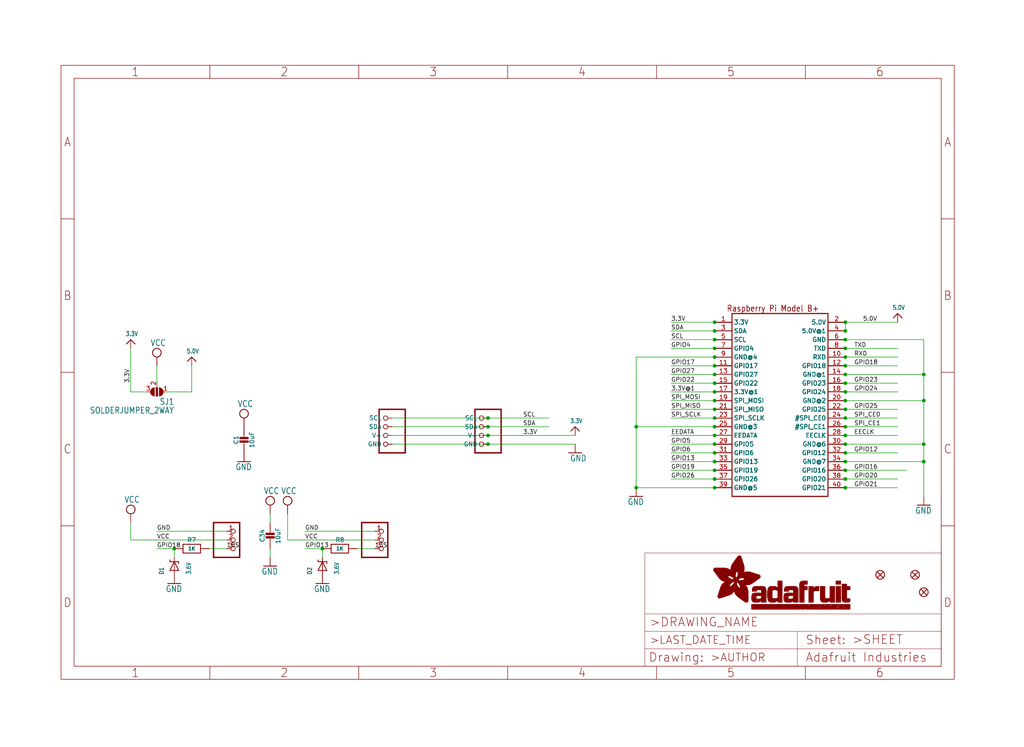
<source format=kicad_sch>
(kicad_sch (version 20211123) (generator eeschema)
  (paper "User" 298.45 217.881)
  (lib_symbols
    (symbol "schematicEagle-eagle-import:3.3V" (power)
      (property "Value" "3.3V" (at -1.524 1.016 0))
      (symbol "3.3V_1_0"
        (pin power_in line (at 0 -2.54 90) (length 2.54) (name "3.3V") (number "1"))
      )
    )
    (symbol "schematicEagle-eagle-import:5.0V" (power)
      (property "Value" "5.0V" (at -1.524 1.016 0))
      (symbol "5.0V_1_0"
        (pin power_in line (at 0 -2.54 90) (length 2.54) (name "5.0V") (number "1"))
      )
    )
    (symbol "schematicEagle-eagle-import:CAP_CERAMIC0805-NOOUTLINE"
      (property "Reference" "C" (at -2.29 1.25 90))
      (property "Value" "CAP_CERAMIC0805-NOOUTLINE" (at 2.3 1.25 90))
      (symbol "CAP_CERAMIC0805-NOOUTLINE_1_0"
        (pin passive line (at 0 5.08 270) (length 2.54) (name "1") (number "1"))
        (pin passive line (at 0 -2.54 90) (length 2.54) (name "2") (number "2"))
      )
    )
    (symbol "schematicEagle-eagle-import:CON_JST_PH_3PIN"
      (symbol "CON_JST_PH_3PIN_1_0"
        (pin passive inverted (at -2.54 2.54 0) (length 2.54) (name "1") (number "1"))
        (pin passive inverted (at -2.54 0 0) (length 2.54) (name "2") (number "2"))
        (pin passive inverted (at -2.54 -2.54 0) (length 2.54) (name "3") (number "3"))
      )
      (symbol "CON_JST_PH_3PIN_2_0"
        (pin bidirectional line (at 0 0 0) (length 5.08) (name "MT") (number "NC1"))
      )
      (symbol "CON_JST_PH_3PIN_3_0"
        (pin bidirectional line (at 0 0 0) (length 5.08) (name "MT") (number "NC2"))
      )
    )
    (symbol "schematicEagle-eagle-import:DIODE-ZENERSOD323"
      (property "Reference" "D" (at -2.54 3.0226 0))
      (property "Value" "DIODE-ZENERSOD323" (at -2.54 -4.8514 0))
      (symbol "DIODE-ZENERSOD323_1_0"
        (pin passive line (at -2.54 0 0) (length 2.54) (name "A") (number "A"))
        (pin passive line (at 2.54 0 180) (length 2.54) (name "C") (number "C"))
      )
    )
    (symbol "schematicEagle-eagle-import:FIDUCIAL_1MM")
    (symbol "schematicEagle-eagle-import:FRAME_A4_ADAFRUIT"
      (symbol "FRAME_A4_ADAFRUIT_0_0"
        (text "1" (at 21.6958 1.905 0) (effects (font (size 2.54 2.286))))
        (text "1" (at 21.6958 177.165 0) (effects (font (size 2.54 2.286))))
        (text "2" (at 65.0875 1.905 0) (effects (font (size 2.54 2.286))))
        (text "2" (at 65.0875 177.165 0) (effects (font (size 2.54 2.286))))
        (text "3" (at 108.4792 1.905 0) (effects (font (size 2.54 2.286))))
        (text "3" (at 108.4792 177.165 0) (effects (font (size 2.54 2.286))))
        (text "4" (at 151.8708 1.905 0) (effects (font (size 2.54 2.286))))
        (text "4" (at 151.8708 177.165 0) (effects (font (size 2.54 2.286))))
        (text "5" (at 195.2625 1.905 0) (effects (font (size 2.54 2.286))))
        (text "5" (at 195.2625 177.165 0) (effects (font (size 2.54 2.286))))
        (text "6" (at 238.6542 1.905 0) (effects (font (size 2.54 2.286))))
        (text "6" (at 238.6542 177.165 0) (effects (font (size 2.54 2.286))))
        (text "A" (at 1.905 156.6863 0) (effects (font (size 2.54 2.286))))
        (text "A" (at 258.445 156.6863 0) (effects (font (size 2.54 2.286))))
        (text "B" (at 1.905 111.9188 0) (effects (font (size 2.54 2.286))))
        (text "B" (at 258.445 111.9188 0) (effects (font (size 2.54 2.286))))
        (text "C" (at 1.905 67.1513 0) (effects (font (size 2.54 2.286))))
        (text "C" (at 258.445 67.1513 0) (effects (font (size 2.54 2.286))))
        (text "D" (at 1.905 22.3838 0) (effects (font (size 2.54 2.286))))
        (text "D" (at 258.445 22.3838 0) (effects (font (size 2.54 2.286))))
      )
      (symbol "FRAME_A4_ADAFRUIT_1_0"
        (text ">AUTHOR" (at 189.23 5.08 0) (effects (font (size 2.286 2.286)) (justify left bottom)))
        (text ">DRAWING_NAME" (at 171.45 15.24 0) (effects (font (size 2.54 2.54)) (justify left bottom)))
        (text ">LAST_DATE_TIME" (at 171.45 10.16 0) (effects (font (size 2.286 2.286)) (justify left bottom)))
        (text ">SHEET" (at 230.505 10.16 0) (effects (font (size 2.54 2.54)) (justify left bottom)))
        (text "Adafruit Industries" (at 216.916 4.953 0) (effects (font (size 2.54 2.54)) (justify left bottom)))
        (text "Drawing:" (at 171.196 4.953 0) (effects (font (size 2.54 2.54)) (justify left bottom)))
        (text "Sheet:" (at 216.916 10.033 0) (effects (font (size 2.54 2.54)) (justify left bottom)))
      )
    )
    (symbol "schematicEagle-eagle-import:GND" (power)
      (property "Value" "GND" (at -2.54 -2.54 0))
      (symbol "GND_1_0"
        (pin power_in line (at 0 2.54 270) (length 2.54) (name "GND") (number "1"))
      )
    )
    (symbol "schematicEagle-eagle-import:RASPBERRYPI_BPLUS_2X20_THMSMT_TOP"
      (symbol "RASPBERRYPI_BPLUS_2X20_THMSMT_TOP_1_0"
        (text "Raspberry Pi Model B+" (at 12.7 25.4 0) (effects (font (size 1.778 1.5113)) (justify right top)))
        (pin power_in line (at -17.78 20.32 0) (length 5.08) (name "3.3V") (number "1"))
        (pin bidirectional line (at 20.32 10.16 180) (length 5.08) (name "RXD") (number "10"))
        (pin bidirectional line (at -17.78 7.62 0) (length 5.08) (name "GPIO17") (number "11"))
        (pin bidirectional line (at 20.32 7.62 180) (length 5.08) (name "GPIO18") (number "12"))
        (pin bidirectional line (at -17.78 5.08 0) (length 5.08) (name "GPIO27") (number "13"))
        (pin power_in line (at 20.32 5.08 180) (length 5.08) (name "GND@1") (number "14"))
        (pin bidirectional line (at -17.78 2.54 0) (length 5.08) (name "GPIO22") (number "15"))
        (pin bidirectional line (at 20.32 2.54 180) (length 5.08) (name "GPIO23") (number "16"))
        (pin power_in line (at -17.78 0 0) (length 5.08) (name "3.3V@1") (number "17"))
        (pin bidirectional line (at 20.32 0 180) (length 5.08) (name "GPIO24") (number "18"))
        (pin bidirectional line (at -17.78 -2.54 0) (length 5.08) (name "SPI_MOSI") (number "19"))
        (pin power_in line (at 20.32 20.32 180) (length 5.08) (name "5.0V") (number "2"))
        (pin power_in line (at 20.32 -2.54 180) (length 5.08) (name "GND@2") (number "20"))
        (pin bidirectional line (at -17.78 -5.08 0) (length 5.08) (name "SPI_MISO") (number "21"))
        (pin bidirectional line (at 20.32 -5.08 180) (length 5.08) (name "GPIO25") (number "22"))
        (pin bidirectional line (at -17.78 -7.62 0) (length 5.08) (name "SPI_SCLK") (number "23"))
        (pin bidirectional line (at 20.32 -7.62 180) (length 5.08) (name "#SPI_CE0") (number "24"))
        (pin power_in line (at -17.78 -10.16 0) (length 5.08) (name "GND@3") (number "25"))
        (pin bidirectional line (at 20.32 -10.16 180) (length 5.08) (name "#SPI_CE1") (number "26"))
        (pin bidirectional line (at -17.78 -12.7 0) (length 5.08) (name "EEDATA") (number "27"))
        (pin bidirectional line (at 20.32 -12.7 180) (length 5.08) (name "EECLK") (number "28"))
        (pin bidirectional line (at -17.78 -15.24 0) (length 5.08) (name "GPIO5") (number "29"))
        (pin bidirectional line (at -17.78 17.78 0) (length 5.08) (name "SDA") (number "3"))
        (pin power_in line (at 20.32 -15.24 180) (length 5.08) (name "GND@6") (number "30"))
        (pin bidirectional line (at -17.78 -17.78 0) (length 5.08) (name "GPIO6") (number "31"))
        (pin bidirectional line (at 20.32 -17.78 180) (length 5.08) (name "GPIO12") (number "32"))
        (pin bidirectional line (at -17.78 -20.32 0) (length 5.08) (name "GPIO13") (number "33"))
        (pin power_in line (at 20.32 -20.32 180) (length 5.08) (name "GND@7") (number "34"))
        (pin bidirectional line (at -17.78 -22.86 0) (length 5.08) (name "GPIO19") (number "35"))
        (pin bidirectional line (at 20.32 -22.86 180) (length 5.08) (name "GPIO16") (number "36"))
        (pin bidirectional line (at -17.78 -25.4 0) (length 5.08) (name "GPIO26") (number "37"))
        (pin bidirectional line (at 20.32 -25.4 180) (length 5.08) (name "GPIO20") (number "38"))
        (pin power_in line (at -17.78 -27.94 0) (length 5.08) (name "GND@5") (number "39"))
        (pin power_in line (at 20.32 17.78 180) (length 5.08) (name "5.0V@1") (number "4"))
        (pin bidirectional line (at 20.32 -27.94 180) (length 5.08) (name "GPIO21") (number "40"))
        (pin bidirectional line (at -17.78 15.24 0) (length 5.08) (name "SCL") (number "5"))
        (pin power_in line (at 20.32 15.24 180) (length 5.08) (name "GND") (number "6"))
        (pin bidirectional line (at -17.78 12.7 0) (length 5.08) (name "GPIO4") (number "7"))
        (pin bidirectional line (at 20.32 12.7 180) (length 5.08) (name "TXD") (number "8"))
        (pin power_in line (at -17.78 10.16 0) (length 5.08) (name "GND@4") (number "9"))
        (pin power_in line (at -17.78 20.32 0) (length 5.08) (name "3.3V") (number "S1"))
        (pin bidirectional line (at 20.32 10.16 180) (length 5.08) (name "RXD") (number "S10"))
        (pin bidirectional line (at -17.78 7.62 0) (length 5.08) (name "GPIO17") (number "S11"))
        (pin bidirectional line (at 20.32 7.62 180) (length 5.08) (name "GPIO18") (number "S12"))
        (pin bidirectional line (at -17.78 5.08 0) (length 5.08) (name "GPIO27") (number "S13"))
        (pin power_in line (at 20.32 5.08 180) (length 5.08) (name "GND@1") (number "S14"))
        (pin bidirectional line (at -17.78 2.54 0) (length 5.08) (name "GPIO22") (number "S15"))
        (pin bidirectional line (at 20.32 2.54 180) (length 5.08) (name "GPIO23") (number "S16"))
        (pin power_in line (at -17.78 0 0) (length 5.08) (name "3.3V@1") (number "S17"))
        (pin bidirectional line (at 20.32 0 180) (length 5.08) (name "GPIO24") (number "S18"))
        (pin bidirectional line (at -17.78 -2.54 0) (length 5.08) (name "SPI_MOSI") (number "S19"))
        (pin power_in line (at 20.32 20.32 180) (length 5.08) (name "5.0V") (number "S2"))
        (pin power_in line (at 20.32 -2.54 180) (length 5.08) (name "GND@2") (number "S20"))
        (pin bidirectional line (at -17.78 -5.08 0) (length 5.08) (name "SPI_MISO") (number "S21"))
        (pin bidirectional line (at 20.32 -5.08 180) (length 5.08) (name "GPIO25") (number "S22"))
        (pin bidirectional line (at -17.78 -7.62 0) (length 5.08) (name "SPI_SCLK") (number "S23"))
        (pin bidirectional line (at 20.32 -7.62 180) (length 5.08) (name "#SPI_CE0") (number "S24"))
        (pin power_in line (at -17.78 -10.16 0) (length 5.08) (name "GND@3") (number "S25"))
        (pin bidirectional line (at 20.32 -10.16 180) (length 5.08) (name "#SPI_CE1") (number "S26"))
        (pin bidirectional line (at -17.78 -12.7 0) (length 5.08) (name "EEDATA") (number "S27"))
        (pin bidirectional line (at 20.32 -12.7 180) (length 5.08) (name "EECLK") (number "S28"))
        (pin bidirectional line (at -17.78 -15.24 0) (length 5.08) (name "GPIO5") (number "S29"))
        (pin bidirectional line (at -17.78 17.78 0) (length 5.08) (name "SDA") (number "S3"))
        (pin power_in line (at 20.32 -15.24 180) (length 5.08) (name "GND@6") (number "S30"))
        (pin bidirectional line (at -17.78 -17.78 0) (length 5.08) (name "GPIO6") (number "S31"))
        (pin bidirectional line (at 20.32 -17.78 180) (length 5.08) (name "GPIO12") (number "S32"))
        (pin bidirectional line (at -17.78 -20.32 0) (length 5.08) (name "GPIO13") (number "S33"))
        (pin power_in line (at 20.32 -20.32 180) (length 5.08) (name "GND@7") (number "S34"))
        (pin bidirectional line (at -17.78 -22.86 0) (length 5.08) (name "GPIO19") (number "S35"))
        (pin bidirectional line (at 20.32 -22.86 180) (length 5.08) (name "GPIO16") (number "S36"))
        (pin bidirectional line (at -17.78 -25.4 0) (length 5.08) (name "GPIO26") (number "S37"))
        (pin bidirectional line (at 20.32 -25.4 180) (length 5.08) (name "GPIO20") (number "S38"))
        (pin power_in line (at -17.78 -27.94 0) (length 5.08) (name "GND@5") (number "S39"))
        (pin power_in line (at 20.32 17.78 180) (length 5.08) (name "5.0V@1") (number "S4"))
        (pin bidirectional line (at 20.32 -27.94 180) (length 5.08) (name "GPIO21") (number "S40"))
        (pin bidirectional line (at -17.78 15.24 0) (length 5.08) (name "SCL") (number "S5"))
        (pin power_in line (at 20.32 15.24 180) (length 5.08) (name "GND") (number "S6"))
        (pin bidirectional line (at -17.78 12.7 0) (length 5.08) (name "GPIO4") (number "S7"))
        (pin bidirectional line (at 20.32 12.7 180) (length 5.08) (name "TXD") (number "S8"))
        (pin power_in line (at -17.78 10.16 0) (length 5.08) (name "GND@4") (number "S9"))
      )
    )
    (symbol "schematicEagle-eagle-import:RASPBERRYPI_BPLUS_IDC"
      (symbol "RASPBERRYPI_BPLUS_IDC_1_0"
        (text "Raspberry Pi Model B+" (at 12.7 25.4 0) (effects (font (size 1.778 1.5113)) (justify right top)))
        (pin power_in line (at -17.78 20.32 0) (length 5.08) (name "3.3V") (number "1"))
        (pin bidirectional line (at 20.32 10.16 180) (length 5.08) (name "RXD") (number "10"))
        (pin bidirectional line (at -17.78 7.62 0) (length 5.08) (name "GPIO17") (number "11"))
        (pin bidirectional line (at 20.32 7.62 180) (length 5.08) (name "GPIO18") (number "12"))
        (pin bidirectional line (at -17.78 5.08 0) (length 5.08) (name "GPIO27") (number "13"))
        (pin power_in line (at 20.32 5.08 180) (length 5.08) (name "GND@1") (number "14"))
        (pin bidirectional line (at -17.78 2.54 0) (length 5.08) (name "GPIO22") (number "15"))
        (pin bidirectional line (at 20.32 2.54 180) (length 5.08) (name "GPIO23") (number "16"))
        (pin power_in line (at -17.78 0 0) (length 5.08) (name "3.3V@1") (number "17"))
        (pin bidirectional line (at 20.32 0 180) (length 5.08) (name "GPIO24") (number "18"))
        (pin bidirectional line (at -17.78 -2.54 0) (length 5.08) (name "SPI_MOSI") (number "19"))
        (pin power_in line (at 20.32 20.32 180) (length 5.08) (name "5.0V") (number "2"))
        (pin power_in line (at 20.32 -2.54 180) (length 5.08) (name "GND@2") (number "20"))
        (pin bidirectional line (at -17.78 -5.08 0) (length 5.08) (name "SPI_MISO") (number "21"))
        (pin bidirectional line (at 20.32 -5.08 180) (length 5.08) (name "GPIO25") (number "22"))
        (pin bidirectional line (at -17.78 -7.62 0) (length 5.08) (name "SPI_SCLK") (number "23"))
        (pin bidirectional line (at 20.32 -7.62 180) (length 5.08) (name "#SPI_CE0") (number "24"))
        (pin power_in line (at -17.78 -10.16 0) (length 5.08) (name "GND@3") (number "25"))
        (pin bidirectional line (at 20.32 -10.16 180) (length 5.08) (name "#SPI_CE1") (number "26"))
        (pin bidirectional line (at -17.78 -12.7 0) (length 5.08) (name "EEDATA") (number "27"))
        (pin bidirectional line (at 20.32 -12.7 180) (length 5.08) (name "EECLK") (number "28"))
        (pin bidirectional line (at -17.78 -15.24 0) (length 5.08) (name "GPIO5") (number "29"))
        (pin bidirectional line (at -17.78 17.78 0) (length 5.08) (name "SDA") (number "3"))
        (pin power_in line (at 20.32 -15.24 180) (length 5.08) (name "GND@6") (number "30"))
        (pin bidirectional line (at -17.78 -17.78 0) (length 5.08) (name "GPIO6") (number "31"))
        (pin bidirectional line (at 20.32 -17.78 180) (length 5.08) (name "GPIO12") (number "32"))
        (pin bidirectional line (at -17.78 -20.32 0) (length 5.08) (name "GPIO13") (number "33"))
        (pin power_in line (at 20.32 -20.32 180) (length 5.08) (name "GND@7") (number "34"))
        (pin bidirectional line (at -17.78 -22.86 0) (length 5.08) (name "GPIO19") (number "35"))
        (pin bidirectional line (at 20.32 -22.86 180) (length 5.08) (name "GPIO16") (number "36"))
        (pin bidirectional line (at -17.78 -25.4 0) (length 5.08) (name "GPIO26") (number "37"))
        (pin bidirectional line (at 20.32 -25.4 180) (length 5.08) (name "GPIO20") (number "38"))
        (pin power_in line (at -17.78 -27.94 0) (length 5.08) (name "GND@5") (number "39"))
        (pin power_in line (at 20.32 17.78 180) (length 5.08) (name "5.0V@1") (number "4"))
        (pin bidirectional line (at 20.32 -27.94 180) (length 5.08) (name "GPIO21") (number "40"))
        (pin bidirectional line (at -17.78 15.24 0) (length 5.08) (name "SCL") (number "5"))
        (pin power_in line (at 20.32 15.24 180) (length 5.08) (name "GND") (number "6"))
        (pin bidirectional line (at -17.78 12.7 0) (length 5.08) (name "GPIO4") (number "7"))
        (pin bidirectional line (at 20.32 12.7 180) (length 5.08) (name "TXD") (number "8"))
        (pin power_in line (at -17.78 10.16 0) (length 5.08) (name "GND@4") (number "9"))
      )
    )
    (symbol "schematicEagle-eagle-import:RESISTOR_0603_NOOUT"
      (property "Reference" "R" (at 0 2.54 0))
      (property "Value" "RESISTOR_0603_NOOUT" (at 0 0 0))
      (symbol "RESISTOR_0603_NOOUT_1_0"
        (pin passive line (at -5.08 0 0) (length 2.54) (name "1") (number "1"))
        (pin passive line (at 5.08 0 180) (length 2.54) (name "2") (number "2"))
      )
    )
    (symbol "schematicEagle-eagle-import:SOLDERJUMPER_2WAY"
      (property "Reference" "SJ" (at -5.08 -3.81 0))
      (property "Value" "SOLDERJUMPER_2WAY" (at -5.08 -6.35 0))
      (symbol "SOLDERJUMPER_2WAY_1_0"
        (pin passive line (at -2.54 0 0) (length 0) (name "1") (number "1"))
        (pin passive line (at 0 2.54 270) (length 0) (name "2") (number "2"))
        (pin passive line (at 2.54 0 180) (length 0) (name "3") (number "3"))
      )
    )
    (symbol "schematicEagle-eagle-import:STEMMA_I2C_QT"
      (symbol "STEMMA_I2C_QT_1_0"
        (pin passive inverted (at 0 5.08 0) (length 2.54) (name "GND") (number "1"))
        (pin passive inverted (at 0 2.54 0) (length 2.54) (name "V+") (number "2"))
        (pin passive inverted (at 0 0 0) (length 2.54) (name "SDA") (number "3"))
        (pin passive inverted (at 0 -2.54 0) (length 2.54) (name "SCL") (number "4"))
      )
      (symbol "STEMMA_I2C_QT_2_0"
        (pin bidirectional line (at 0 0 0) (length 5.08) (name "MT") (number "MT1"))
      )
      (symbol "STEMMA_I2C_QT_3_0"
        (pin bidirectional line (at 0 0 0) (length 5.08) (name "MT") (number "MT2"))
      )
    )
    (symbol "schematicEagle-eagle-import:VCC" (power)
      (property "Value" "VCC" (at -1.905 3.175 0))
      (symbol "VCC_1_0"
        (pin power_in line (at 0 -2.54 90) (length 2.54) (name "VCC") (number "1"))
      )
    )
  )
  (junction (at 208.28 132.08))
  (junction (at 269.24 109.22))
  (junction (at 208.28 142.24))
  (junction (at 246.38 96.52))
  (junction (at 246.38 93.98))
  (junction (at 208.28 137.16))
  (junction (at 246.38 137.16))
  (junction (at 142.24 124.46))
  (junction (at 185.42 124.46))
  (junction (at 208.28 99.06))
  (junction (at 246.38 119.38))
  (junction (at 208.28 93.98))
  (junction (at 246.38 132.08))
  (junction (at 208.28 109.22))
  (junction (at 208.28 119.38))
  (junction (at 269.24 129.54))
  (junction (at 246.38 101.6))
  (junction (at 246.38 114.3))
  (junction (at 208.28 111.76))
  (junction (at 246.38 104.14))
  (junction (at 246.38 111.76))
  (junction (at 208.28 127))
  (junction (at 208.28 129.54))
  (junction (at 208.28 139.7))
  (junction (at 246.38 109.22))
  (junction (at 246.38 142.24))
  (junction (at 246.38 116.84))
  (junction (at 208.28 124.46))
  (junction (at 142.24 121.92))
  (junction (at 246.38 127))
  (junction (at 142.24 127))
  (junction (at 246.38 106.68))
  (junction (at 269.24 134.62))
  (junction (at 246.38 139.7))
  (junction (at 208.28 121.92))
  (junction (at 208.28 96.52))
  (junction (at 208.28 114.3))
  (junction (at 246.38 129.54))
  (junction (at 246.38 99.06))
  (junction (at 269.24 116.84))
  (junction (at 185.42 142.24))
  (junction (at 208.28 101.6))
  (junction (at 246.38 134.62))
  (junction (at 246.38 121.92))
  (junction (at 208.28 134.62))
  (junction (at 50.8 160.02))
  (junction (at 208.28 106.68))
  (junction (at 208.28 104.14))
  (junction (at 93.98 160.02))
  (junction (at 246.38 124.46))
  (junction (at 142.24 129.54))
  (junction (at 208.28 116.84))
  (wire (pts (xy 208.28 93.98) (xy 195.58 93.98)))
  (wire (pts (xy 93.98 160.02) (xy 88.9 160.02)))
  (wire (pts (xy 83.82 157.48) (xy 109.22 157.48)))
  (wire (pts (xy 269.24 134.62) (xy 269.24 144.78)))
  (wire (pts (xy 246.38 139.7) (xy 261.62 139.7)))
  (wire (pts (xy 142.24 121.92) (xy 114.3 121.92)))
  (wire (pts (xy 185.42 124.46) (xy 185.42 104.14)))
  (wire (pts (xy 78.74 152.4) (xy 78.74 149.86)))
  (wire (pts (xy 185.42 124.46) (xy 208.28 124.46)))
  (wire (pts (xy 142.24 129.54) (xy 167.64 129.54)))
  (wire (pts (xy 246.38 96.52) (xy 246.38 93.98)))
  (wire (pts (xy 142.24 129.54) (xy 114.3 129.54)))
  (wire (pts (xy 38.1 114.3) (xy 38.1 101.6)))
  (wire (pts (xy 246.38 132.08) (xy 261.62 132.08)))
  (wire (pts (xy 246.38 134.62) (xy 269.24 134.62)))
  (wire (pts (xy 208.28 96.52) (xy 195.58 96.52)))
  (wire (pts (xy 246.38 119.38) (xy 261.62 119.38)))
  (wire (pts (xy 208.28 127) (xy 195.58 127)))
  (wire (pts (xy 83.82 157.48) (xy 83.82 149.86)))
  (wire (pts (xy 93.98 162.56) (xy 93.98 160.02)))
  (wire (pts (xy 208.28 101.6) (xy 195.58 101.6)))
  (wire (pts (xy 208.28 142.24) (xy 185.42 142.24)))
  (wire (pts (xy 246.38 106.68) (xy 261.62 106.68)))
  (wire (pts (xy 269.24 116.84) (xy 269.24 129.54)))
  (wire (pts (xy 246.38 129.54) (xy 269.24 129.54)))
  (wire (pts (xy 195.58 134.62) (xy 208.28 134.62)))
  (wire (pts (xy 55.88 114.3) (xy 55.88 106.68)))
  (wire (pts (xy 109.22 160.02) (xy 104.14 160.02)))
  (wire (pts (xy 208.28 99.06) (xy 195.58 99.06)))
  (wire (pts (xy 246.38 93.98) (xy 261.62 93.98)))
  (wire (pts (xy 38.1 157.48) (xy 38.1 152.4)))
  (wire (pts (xy 269.24 109.22) (xy 269.24 116.84)))
  (wire (pts (xy 246.38 111.76) (xy 261.62 111.76)))
  (wire (pts (xy 195.58 121.92) (xy 208.28 121.92)))
  (wire (pts (xy 246.38 114.3) (xy 261.62 114.3)))
  (wire (pts (xy 208.28 106.68) (xy 195.58 106.68)))
  (wire (pts (xy 109.22 154.94) (xy 88.9 154.94)))
  (wire (pts (xy 246.38 142.24) (xy 261.62 142.24)))
  (wire (pts (xy 246.38 121.92) (xy 261.62 121.92)))
  (wire (pts (xy 195.58 119.38) (xy 208.28 119.38)))
  (wire (pts (xy 50.8 160.02) (xy 50.8 162.56)))
  (wire (pts (xy 195.58 139.7) (xy 208.28 139.7)))
  (wire (pts (xy 246.38 127) (xy 261.62 127)))
  (wire (pts (xy 142.24 127) (xy 167.64 127)))
  (wire (pts (xy 269.24 99.06) (xy 269.24 109.22)))
  (wire (pts (xy 246.38 99.06) (xy 269.24 99.06)))
  (wire (pts (xy 208.28 111.76) (xy 195.58 111.76)))
  (wire (pts (xy 78.74 162.56) (xy 78.74 160.02)))
  (wire (pts (xy 38.1 157.48) (xy 66.04 157.48)))
  (wire (pts (xy 185.42 104.14) (xy 208.28 104.14)))
  (wire (pts (xy 195.58 132.08) (xy 208.28 132.08)))
  (wire (pts (xy 142.24 124.46) (xy 114.3 124.46)))
  (wire (pts (xy 185.42 124.46) (xy 185.42 142.24)))
  (wire (pts (xy 195.58 137.16) (xy 208.28 137.16)))
  (wire (pts (xy 66.04 154.94) (xy 45.72 154.94)))
  (wire (pts (xy 246.38 116.84) (xy 269.24 116.84)))
  (wire (pts (xy 50.8 160.02) (xy 45.72 160.02)))
  (wire (pts (xy 246.38 109.22) (xy 269.24 109.22)))
  (wire (pts (xy 142.24 127) (xy 114.3 127)))
  (wire (pts (xy 195.58 109.22) (xy 208.28 109.22)))
  (wire (pts (xy 66.04 160.02) (xy 60.96 160.02)))
  (wire (pts (xy 43.18 114.3) (xy 38.1 114.3)))
  (wire (pts (xy 195.58 129.54) (xy 208.28 129.54)))
  (wire (pts (xy 246.38 101.6) (xy 261.62 101.6)))
  (wire (pts (xy 48.26 114.3) (xy 55.88 114.3)))
  (wire (pts (xy 269.24 129.54) (xy 269.24 134.62)))
  (wire (pts (xy 45.72 106.68) (xy 45.72 111.76)))
  (wire (pts (xy 195.58 116.84) (xy 208.28 116.84)))
  (wire (pts (xy 142.24 124.46) (xy 160.02 124.46)))
  (wire (pts (xy 246.38 124.46) (xy 261.62 124.46)))
  (wire (pts (xy 142.24 121.92) (xy 160.02 121.92)))
  (wire (pts (xy 195.58 114.3) (xy 208.28 114.3)))
  (wire (pts (xy 261.62 104.14) (xy 246.38 104.14)))
  (wire (pts (xy 246.38 137.16) (xy 264.16 137.16)))
  (label "SPI_MOSI" (at 195.58 116.84 0) (effects (font (size 1.2446 1.2446))))
  (label "EEDATA" (at 195.58 127 0) (effects (font (size 1.2446 1.2446))))
  (label "3.3V@1" (at 195.58 114.3 0) (effects (font (size 1.2446 1.2446))))
  (label "SCL" (at 195.58 99.06 0) (effects (font (size 1.2446 1.2446))))
  (label "GPIO23" (at 248.92 111.76 0) (effects (font (size 1.2446 1.2446))))
  (label "SPI_SCLK" (at 195.58 121.92 0) (effects (font (size 1.2446 1.2446))))
  (label "SPI_MISO" (at 195.58 119.38 0) (effects (font (size 1.2446 1.2446))))
  (label "3.3V" (at 195.58 93.98 0) (effects (font (size 1.2446 1.2446))))
  (label "GPIO18" (at 248.92 106.68 0) (effects (font (size 1.2446 1.2446))))
  (label "GPIO21" (at 248.92 142.24 0) (effects (font (size 1.2446 1.2446))))
  (label "GPIO25" (at 248.92 119.38 0) (effects (font (size 1.2446 1.2446))))
  (label "13S" (at 109.22 160.02 0) (effects (font (size 1.2446 1.2446))))
  (label "GND" (at 45.72 154.94 0) (effects (font (size 1.2446 1.2446))))
  (label "SCL" (at 152.4 121.92 0) (effects (font (size 1.2446 1.2446))))
  (label "GPIO5" (at 195.58 129.54 0) (effects (font (size 1.2446 1.2446))))
  (label "GPIO12" (at 248.92 132.08 0) (effects (font (size 1.2446 1.2446))))
  (label "GPIO24" (at 248.92 114.3 0) (effects (font (size 1.2446 1.2446))))
  (label "TXD" (at 248.92 101.6 0) (effects (font (size 1.2446 1.2446))))
  (label "5.0V" (at 251.46 93.98 0) (effects (font (size 1.2446 1.2446))))
  (label "GPIO13" (at 88.9 160.02 0) (effects (font (size 1.2446 1.2446))))
  (label "GPIO16" (at 248.92 137.16 0) (effects (font (size 1.2446 1.2446))))
  (label "GPIO4" (at 195.58 101.6 0) (effects (font (size 1.2446 1.2446))))
  (label "GPIO18" (at 45.72 160.02 0) (effects (font (size 1.2446 1.2446))))
  (label "GPIO17" (at 195.58 106.68 0) (effects (font (size 1.2446 1.2446))))
  (label "SDA" (at 152.4 124.46 0) (effects (font (size 1.2446 1.2446))))
  (label "3.3V" (at 38.1 111.76 90) (effects (font (size 1.2446 1.2446))))
  (label "18S" (at 66.04 160.02 0) (effects (font (size 1.2446 1.2446))))
  (label "VCC" (at 88.9 157.48 0) (effects (font (size 1.2446 1.2446))))
  (label "GPIO22" (at 195.58 111.76 0) (effects (font (size 1.2446 1.2446))))
  (label "SDA" (at 195.58 96.52 0) (effects (font (size 1.2446 1.2446))))
  (label "GPIO26" (at 195.58 139.7 0) (effects (font (size 1.2446 1.2446))))
  (label "GPIO6" (at 195.58 132.08 0) (effects (font (size 1.2446 1.2446))))
  (label "VCC" (at 45.72 157.48 0) (effects (font (size 1.2446 1.2446))))
  (label "GPIO27" (at 195.58 109.22 0) (effects (font (size 1.2446 1.2446))))
  (label "SPI_CE1" (at 248.92 124.46 0) (effects (font (size 1.2446 1.2446))))
  (label "SPI_CE0" (at 248.92 121.92 0) (effects (font (size 1.2446 1.2446))))
  (label "GPIO13" (at 195.58 134.62 0) (effects (font (size 1.2446 1.2446))))
  (label "3.3V" (at 152.4 127 0) (effects (font (size 1.2446 1.2446))))
  (label "GPIO19" (at 195.58 137.16 0) (effects (font (size 1.2446 1.2446))))
  (label "EECLK" (at 248.92 127 0) (effects (font (size 1.2446 1.2446))))
  (label "GPIO20" (at 248.92 139.7 0) (effects (font (size 1.2446 1.2446))))
  (label "RXD" (at 248.92 104.14 0) (effects (font (size 1.2446 1.2446))))
  (label "GND" (at 88.9 154.94 0) (effects (font (size 1.2446 1.2446))))
  (symbol (lib_id "schematicEagle-eagle-import:GND") (at 71.12 134.62 0) (unit 1)
    (property "Reference" "#GND3" (effects hide))
    (property "Value" "GND" (at 68.58 137.16 0) (effects (font (size 1.778 1.5113)) (justify left bottom)))
    (property "Footprint" "schematicEagle:" (effects hide))
  )
  (symbol (lib_id "schematicEagle-eagle-import:CON_JST_PH_3PIN") (at 111.76 157.48 0) (unit 1)
    (property "Reference" "SENSE0" (effects hide))
    (property "Value" "JST PH 3" (effects hide))
    (property "Footprint" "schematicEagle:JSTPH3" (effects hide))
  )
  (symbol (lib_id "schematicEagle-eagle-import:VCC") (at 83.82 147.32 0) (unit 1)
    (property "Reference" "#SUPPLY1" (effects hide))
    (property "Value" "VCC" (at 81.915 144.145 0) (effects (font (size 1.778 1.5113)) (justify left bottom)))
    (property "Footprint" "schematicEagle:" (effects hide))
  )
  (symbol (lib_id "schematicEagle-eagle-import:VCC") (at 78.74 147.32 0) (unit 1)
    (property "Reference" "#SUPPLY4" (effects hide))
    (property "Value" "VCC" (at 76.835 144.145 0) (effects (font (size 1.778 1.5113)) (justify left bottom)))
    (property "Footprint" "schematicEagle:" (effects hide))
  )
  (symbol (lib_id "schematicEagle-eagle-import:STEMMA_I2C_QT") (at 142.24 124.46 180) (unit 1)
    (property "Reference" "CONN3" (effects hide))
    (property "Value" "STEMMA_I2C_QT" (effects hide))
    (property "Footprint" "schematicEagle:JST_SH4" (effects hide))
  )
  (symbol (lib_id "schematicEagle-eagle-import:CAP_CERAMIC0805-NOOUTLINE") (at 78.74 157.48 0) (unit 1)
    (property "Reference" "C34" (at 76.45 156.23 90))
    (property "Value" "10uF" (at 81.04 156.23 90))
    (property "Footprint" "schematicEagle:0805-NO" (effects hide))
  )
  (symbol (lib_id "schematicEagle-eagle-import:GND") (at 185.42 144.78 0) (unit 1)
    (property "Reference" "#GND1" (effects hide))
    (property "Value" "GND" (at 182.88 147.32 0) (effects (font (size 1.778 1.5113)) (justify left bottom)))
    (property "Footprint" "schematicEagle:" (effects hide))
  )
  (symbol (lib_id "schematicEagle-eagle-import:FIDUCIAL_1MM") (at 266.7 167.64 0) (unit 1)
    (property "Reference" "FID3" (effects hide))
    (property "Value" "FIDUCIAL_1MM" (effects hide))
    (property "Footprint" "schematicEagle:FIDUCIAL_1MM" (effects hide))
  )
  (symbol (lib_id "schematicEagle-eagle-import:GND") (at 167.64 132.08 0) (unit 1)
    (property "Reference" "#U$80" (effects hide))
    (property "Value" "GND" (at 166.116 134.62 0) (effects (font (size 1.778 1.5113)) (justify left bottom)))
    (property "Footprint" "schematicEagle:" (effects hide))
  )
  (symbol (lib_id "schematicEagle-eagle-import:GND") (at 50.8 170.18 0) (unit 1)
    (property "Reference" "#GND17" (effects hide))
    (property "Value" "GND" (at 48.26 172.72 0) (effects (font (size 1.778 1.5113)) (justify left bottom)))
    (property "Footprint" "schematicEagle:" (effects hide))
  )
  (symbol (lib_id "schematicEagle-eagle-import:VCC") (at 45.72 104.14 0) (unit 1)
    (property "Reference" "#SUPPLY3" (effects hide))
    (property "Value" "VCC" (at 43.815 100.965 0) (effects (font (size 1.778 1.5113)) (justify left bottom)))
    (property "Footprint" "schematicEagle:" (effects hide))
  )
  (symbol (lib_id "schematicEagle-eagle-import:STEMMA_I2C_QT") (at 114.3 124.46 180) (unit 1)
    (property "Reference" "CONN1" (effects hide))
    (property "Value" "STEMMA_I2C_QT" (effects hide))
    (property "Footprint" "schematicEagle:JST_SH4" (effects hide))
  )
  (symbol (lib_id "schematicEagle-eagle-import:GND") (at 78.74 165.1 0) (unit 1)
    (property "Reference" "#GND16" (effects hide))
    (property "Value" "GND" (at 76.2 167.64 0) (effects (font (size 1.778 1.5113)) (justify left bottom)))
    (property "Footprint" "schematicEagle:" (effects hide))
  )
  (symbol (lib_id "schematicEagle-eagle-import:FRAME_A4_ADAFRUIT") (at 17.78 198.12 0) (unit 1)
    (property "Reference" "#U$7" (effects hide))
    (property "Value" "FRAME_A4_ADAFRUIT" (effects hide))
    (property "Footprint" "schematicEagle:" (effects hide))
  )
  (symbol (lib_id "schematicEagle-eagle-import:FIDUCIAL_1MM") (at 256.54 167.64 0) (unit 1)
    (property "Reference" "FID1" (effects hide))
    (property "Value" "FIDUCIAL_1MM" (effects hide))
    (property "Footprint" "schematicEagle:FIDUCIAL_1MM" (effects hide))
  )
  (symbol (lib_id "schematicEagle-eagle-import:RASPBERRYPI_BPLUS_IDC") (at 226.06 114.3 0) (unit 1)
    (property "Reference" "RPI1" (effects hide))
    (property "Value" "RASPBERRYPI_BPLUS_IDC" (effects hide))
    (property "Footprint" "schematicEagle:2X20" (effects hide))
  )
  (symbol (lib_id "schematicEagle-eagle-import:VCC") (at 71.12 121.92 0) (unit 1)
    (property "Reference" "#SUPPLY2" (effects hide))
    (property "Value" "VCC" (at 69.215 118.745 0) (effects (font (size 1.778 1.5113)) (justify left bottom)))
    (property "Footprint" "schematicEagle:" (effects hide))
  )
  (symbol (lib_id "schematicEagle-eagle-import:5.0V") (at 261.62 91.44 0) (unit 1)
    (property "Reference" "#U$14" (effects hide))
    (property "Value" "5.0V" (at 260.096 90.424 0) (effects (font (size 1.27 1.0795)) (justify left bottom)))
    (property "Footprint" "schematicEagle:" (effects hide))
  )
  (symbol (lib_id "schematicEagle-eagle-import:GND") (at 269.24 147.32 0) (unit 1)
    (property "Reference" "#GND2" (effects hide))
    (property "Value" "GND" (at 266.7 149.86 0) (effects (font (size 1.778 1.5113)) (justify left bottom)))
    (property "Footprint" "schematicEagle:" (effects hide))
  )
  (symbol (lib_id "schematicEagle-eagle-import:CON_JST_PH_3PIN") (at 68.58 157.48 0) (unit 1)
    (property "Reference" "NEOPIX0" (effects hide))
    (property "Value" "JST PH 3" (effects hide))
    (property "Footprint" "schematicEagle:JSTPH3" (effects hide))
  )
  (symbol (lib_id "schematicEagle-eagle-import:RASPBERRYPI_BPLUS_2X20_THMSMT_TOP") (at 226.06 114.3 0) (unit 1)
    (property "Reference" "RPI3" (effects hide))
    (property "Value" "RASPBERRYPI_BPLUS_2X20_THMSMT_TOP" (effects hide))
    (property "Footprint" "schematicEagle:RASPI_2X20_THMSMT_TOP" (effects hide))
  )
  (symbol (lib_id "schematicEagle-eagle-import:VCC") (at 38.1 149.86 0) (unit 1)
    (property "Reference" "#SUPPLY5" (effects hide))
    (property "Value" "VCC" (at 36.195 146.685 0) (effects (font (size 1.778 1.5113)) (justify left bottom)))
    (property "Footprint" "schematicEagle:" (effects hide))
  )
  (symbol (lib_id "schematicEagle-eagle-import:RESISTOR_0603_NOOUT") (at 55.88 160.02 0) (mirror y) (unit 1)
    (property "Reference" "R7" (at 55.88 157.48 0))
    (property "Value" "1K" (at 55.88 160.02 0) (effects (font (size 1.016 1.016) bold)))
    (property "Footprint" "schematicEagle:0603-NO" (effects hide))
  )
  (symbol (lib_id "schematicEagle-eagle-import:DIODE-ZENERSOD323") (at 93.98 165.1 90) (unit 1)
    (property "Reference" "D2" (at 90.9574 167.64 0) (effects (font (size 1.27 1.0795)) (justify left bottom)))
    (property "Value" "3.6V" (at 98.8314 167.64 0) (effects (font (size 1.27 1.0795)) (justify left bottom)))
    (property "Footprint" "schematicEagle:SOD-323" (effects hide))
  )
  (symbol (lib_id "schematicEagle-eagle-import:SOLDERJUMPER_2WAY") (at 45.72 114.3 0) (mirror y) (unit 1)
    (property "Reference" "SJ1" (at 50.8 118.11 0) (effects (font (size 1.778 1.5113)) (justify left bottom)))
    (property "Value" "SOLDERJUMPER_2WAY" (at 50.8 120.65 0) (effects (font (size 1.778 1.5113)) (justify left bottom)))
    (property "Footprint" "schematicEagle:SOLDERJUMPER_2WAY_OPEN_NOPASTE" (effects hide))
  )
  (symbol (lib_id "schematicEagle-eagle-import:3.3V") (at 38.1 99.06 0) (unit 1)
    (property "Reference" "#U$74" (effects hide))
    (property "Value" "3.3V" (at 36.576 98.044 0) (effects (font (size 1.27 1.0795)) (justify left bottom)))
    (property "Footprint" "schematicEagle:" (effects hide))
  )
  (symbol (lib_id "schematicEagle-eagle-import:GND") (at 93.98 170.18 0) (unit 1)
    (property "Reference" "#GND19" (effects hide))
    (property "Value" "GND" (at 91.44 172.72 0) (effects (font (size 1.778 1.5113)) (justify left bottom)))
    (property "Footprint" "schematicEagle:" (effects hide))
  )
  (symbol (lib_id "schematicEagle-eagle-import:FIDUCIAL_1MM") (at 269.24 172.72 0) (unit 1)
    (property "Reference" "FID2" (effects hide))
    (property "Value" "FIDUCIAL_1MM" (effects hide))
    (property "Footprint" "schematicEagle:FIDUCIAL_1MM" (effects hide))
  )
  (symbol (lib_id "schematicEagle-eagle-import:5.0V") (at 55.88 104.14 0) (unit 1)
    (property "Reference" "#U$73" (effects hide))
    (property "Value" "5.0V" (at 54.356 103.124 0) (effects (font (size 1.27 1.0795)) (justify left bottom)))
    (property "Footprint" "schematicEagle:" (effects hide))
  )
  (symbol (lib_id "schematicEagle-eagle-import:RESISTOR_0603_NOOUT") (at 99.06 160.02 0) (mirror y) (unit 1)
    (property "Reference" "R8" (at 99.06 157.48 0))
    (property "Value" "1K" (at 99.06 160.02 0) (effects (font (size 1.016 1.016) bold)))
    (property "Footprint" "schematicEagle:0603-NO" (effects hide))
  )
  (symbol (lib_id "schematicEagle-eagle-import:CAP_CERAMIC0805-NOOUTLINE") (at 71.12 129.54 0) (unit 1)
    (property "Reference" "C1" (at 68.83 128.29 90))
    (property "Value" "10uF" (at 73.42 128.29 90))
    (property "Footprint" "schematicEagle:0805-NO" (effects hide))
  )
  (symbol (lib_id "schematicEagle-eagle-import:DIODE-ZENERSOD323") (at 50.8 165.1 90) (unit 1)
    (property "Reference" "D1" (at 47.7774 167.64 0) (effects (font (size 1.27 1.0795)) (justify left bottom)))
    (property "Value" "3.6V" (at 55.6514 167.64 0) (effects (font (size 1.27 1.0795)) (justify left bottom)))
    (property "Footprint" "schematicEagle:SOD-323" (effects hide))
  )
  (symbol (lib_id "schematicEagle-eagle-import:3.3V") (at 167.64 124.46 0) (unit 1)
    (property "Reference" "#U$81" (effects hide))
    (property "Value" "3.3V" (at 166.116 123.444 0) (effects (font (size 1.27 1.0795)) (justify left bottom)))
    (property "Footprint" "schematicEagle:" (effects hide))
  )
)
</source>
